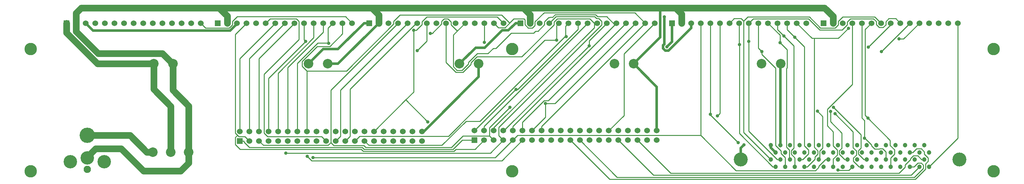
<source format=gbl>
G04 (created by PCBNEW (2013-mar-13)-testing) date Wed 08 Oct 2014 05:14:40 PM PDT*
%MOIN*%
G04 Gerber Fmt 3.4, Leading zero omitted, Abs format*
%FSLAX34Y34*%
G01*
G70*
G90*
G04 APERTURE LIST*
%ADD10C,0.005906*%
%ADD11C,0.100000*%
%ADD12R,0.060000X0.060000*%
%ADD13C,0.060000*%
%ADD14C,0.130000*%
%ADD15C,0.145669*%
%ADD16C,0.047244*%
%ADD17C,0.076000*%
%ADD18C,0.140000*%
%ADD19C,0.160000*%
%ADD20C,0.035000*%
%ADD21C,0.070000*%
%ADD22C,0.010000*%
%ADD23C,0.025000*%
G04 APERTURE END LIST*
G54D10*
G54D11*
X29559Y-27137D03*
X31559Y-27137D03*
X45700Y-27137D03*
X47700Y-27137D03*
X61448Y-27137D03*
X63448Y-27137D03*
X77590Y-27137D03*
X79590Y-27137D03*
X92944Y-27137D03*
X94944Y-27137D03*
G54D12*
X38527Y-35208D03*
G54D13*
X38527Y-34208D03*
X43527Y-35208D03*
X39527Y-34208D03*
X44527Y-35208D03*
X40527Y-34208D03*
X45527Y-35208D03*
X41527Y-34208D03*
X46527Y-35208D03*
X42527Y-34208D03*
X47527Y-35208D03*
X43527Y-34208D03*
X48527Y-35208D03*
X44527Y-34208D03*
X49527Y-35208D03*
X45527Y-34208D03*
X50527Y-35208D03*
X46527Y-34208D03*
X51527Y-35208D03*
X47527Y-34208D03*
X52527Y-35208D03*
X48527Y-34208D03*
X53527Y-35208D03*
X49527Y-34208D03*
X50527Y-34208D03*
X54527Y-35208D03*
X51527Y-34208D03*
X53527Y-34208D03*
X54527Y-34208D03*
X55527Y-34208D03*
X56527Y-34208D03*
X55527Y-35208D03*
X56527Y-35208D03*
X39527Y-35208D03*
X40527Y-35208D03*
X41527Y-35208D03*
X42527Y-35208D03*
X57527Y-35208D03*
X57527Y-34208D03*
X52527Y-34208D03*
G54D12*
X20460Y-22874D03*
G54D13*
X21460Y-22874D03*
X22460Y-22874D03*
X23460Y-22874D03*
X24460Y-22874D03*
X25460Y-22874D03*
X26460Y-22874D03*
X27460Y-22874D03*
X28460Y-22874D03*
X29460Y-22874D03*
X30460Y-22874D03*
X31460Y-22874D03*
X32460Y-22874D03*
X33460Y-22874D03*
X34460Y-22874D03*
G54D12*
X36248Y-22874D03*
G54D13*
X37248Y-22874D03*
X38248Y-22874D03*
X39248Y-22874D03*
X40248Y-22874D03*
X41248Y-22874D03*
X42248Y-22874D03*
X43248Y-22874D03*
X44248Y-22874D03*
X45248Y-22874D03*
X46248Y-22874D03*
X47248Y-22874D03*
X48248Y-22874D03*
X49248Y-22874D03*
X50248Y-22874D03*
G54D12*
X52035Y-22874D03*
G54D13*
X53035Y-22874D03*
X54035Y-22874D03*
X55035Y-22874D03*
X56035Y-22874D03*
X57035Y-22874D03*
X58035Y-22874D03*
X59035Y-22874D03*
X60035Y-22874D03*
X61035Y-22874D03*
X62035Y-22874D03*
X63035Y-22874D03*
X64035Y-22874D03*
X65035Y-22874D03*
X66035Y-22874D03*
G54D12*
X67822Y-22874D03*
G54D13*
X68822Y-22874D03*
X69822Y-22874D03*
X70822Y-22874D03*
X71822Y-22874D03*
X72822Y-22874D03*
X73822Y-22874D03*
X74822Y-22874D03*
X75822Y-22874D03*
X76822Y-22874D03*
X77822Y-22874D03*
X78822Y-22874D03*
X79822Y-22874D03*
X80822Y-22874D03*
X81822Y-22874D03*
G54D12*
X83610Y-22874D03*
G54D13*
X84610Y-22874D03*
X85610Y-22874D03*
X86610Y-22874D03*
X87610Y-22874D03*
X88610Y-22874D03*
X89610Y-22874D03*
X90610Y-22874D03*
X91610Y-22874D03*
X92610Y-22874D03*
X93610Y-22874D03*
X94610Y-22874D03*
X95610Y-22874D03*
X96610Y-22874D03*
X97610Y-22874D03*
G54D12*
X99397Y-22874D03*
G54D13*
X100397Y-22874D03*
X101397Y-22874D03*
X102397Y-22874D03*
X103397Y-22874D03*
X104397Y-22874D03*
X105397Y-22874D03*
X106397Y-22874D03*
X107397Y-22874D03*
X108397Y-22874D03*
X109397Y-22874D03*
X110397Y-22874D03*
X111397Y-22874D03*
X112397Y-22874D03*
X113397Y-22874D03*
G54D14*
X117125Y-25590D03*
X16732Y-38385D03*
X117125Y-38385D03*
X66929Y-25590D03*
X66929Y-38385D03*
X16732Y-25590D03*
G54D15*
X90765Y-37163D03*
X113564Y-37163D03*
G54D16*
X93915Y-35663D03*
X94415Y-36413D03*
X94915Y-35663D03*
X95415Y-36413D03*
X95915Y-35663D03*
X96415Y-36413D03*
X96915Y-35663D03*
X97415Y-36413D03*
X97915Y-35663D03*
X98415Y-36413D03*
X98915Y-35663D03*
X99415Y-36413D03*
X99915Y-35663D03*
X100415Y-36413D03*
X100915Y-35663D03*
X101415Y-36413D03*
X101915Y-35663D03*
X102415Y-36413D03*
X102915Y-35663D03*
X103415Y-36413D03*
X103915Y-35663D03*
X104415Y-36413D03*
X104915Y-35663D03*
X105415Y-36413D03*
X105915Y-35663D03*
X106415Y-36413D03*
X106915Y-35663D03*
X107415Y-36413D03*
X107915Y-35663D03*
X108415Y-36413D03*
X108915Y-35663D03*
X109415Y-36413D03*
X109915Y-35663D03*
X110415Y-36413D03*
X93915Y-37163D03*
X94415Y-37913D03*
X94915Y-37163D03*
X95415Y-37913D03*
X95915Y-37163D03*
X96415Y-37913D03*
X96915Y-37163D03*
X97415Y-37913D03*
X97915Y-37163D03*
X98415Y-37913D03*
X98915Y-37163D03*
X99415Y-37913D03*
X99915Y-37163D03*
X100415Y-37913D03*
X100915Y-37163D03*
X101415Y-37913D03*
X101915Y-37163D03*
X102415Y-37913D03*
X102915Y-37163D03*
X103415Y-37913D03*
X103915Y-37163D03*
X104415Y-37913D03*
X104915Y-37163D03*
X105415Y-37913D03*
X105915Y-37163D03*
X106415Y-37913D03*
X106915Y-37163D03*
X107415Y-37913D03*
X107915Y-37163D03*
X108415Y-37913D03*
X108915Y-37163D03*
X109415Y-37913D03*
X109915Y-37163D03*
X110415Y-37913D03*
G54D17*
X22637Y-38178D03*
G54D18*
X22637Y-36998D03*
G54D19*
X22637Y-34638D03*
G54D18*
X24407Y-37388D03*
X20867Y-37388D03*
G54D11*
X29480Y-36377D03*
X31350Y-36377D03*
X33220Y-36377D03*
G54D12*
X63011Y-35137D03*
G54D13*
X63011Y-34137D03*
X68011Y-35137D03*
X64011Y-34137D03*
X69011Y-35137D03*
X65011Y-34137D03*
X70011Y-35137D03*
X66011Y-34137D03*
X71011Y-35137D03*
X67011Y-34137D03*
X72011Y-35137D03*
X68011Y-34137D03*
X73011Y-35137D03*
X69011Y-34137D03*
X74011Y-35137D03*
X70011Y-34137D03*
X75011Y-35137D03*
X71011Y-34137D03*
X76011Y-35137D03*
X72011Y-34137D03*
X77011Y-35137D03*
X73011Y-34137D03*
X78011Y-35137D03*
X74011Y-34137D03*
X75011Y-34137D03*
X79011Y-35137D03*
X76011Y-34137D03*
X78011Y-34137D03*
X79011Y-34137D03*
X80011Y-34137D03*
X81011Y-34137D03*
X80011Y-35137D03*
X81011Y-35137D03*
X64011Y-35137D03*
X65011Y-35137D03*
X66011Y-35137D03*
X67011Y-35137D03*
X82011Y-35137D03*
X82011Y-34137D03*
X77011Y-34137D03*
G54D20*
X57044Y-25749D03*
X67346Y-29837D03*
X90636Y-25108D03*
X104078Y-25388D03*
X91610Y-24778D03*
X92973Y-25842D03*
X74960Y-25266D03*
X105429Y-25842D03*
X45401Y-24787D03*
X94867Y-24935D03*
X58405Y-23945D03*
X107266Y-24519D03*
X95278Y-24210D03*
X96407Y-24359D03*
X70411Y-31303D03*
X64056Y-24906D03*
X47795Y-24999D03*
X102007Y-23413D03*
X56658Y-23624D03*
X58142Y-33211D03*
X100907Y-38262D03*
X100607Y-32373D03*
X72582Y-24307D03*
X88324Y-32597D03*
X104048Y-32834D03*
X100130Y-32110D03*
X100449Y-31702D03*
X71564Y-24649D03*
X90508Y-35385D03*
X87610Y-32433D03*
X103680Y-34908D03*
X82791Y-22231D03*
X98766Y-32101D03*
X66695Y-31688D03*
X43333Y-36491D03*
X46178Y-36961D03*
X45586Y-36817D03*
X83085Y-25347D03*
X91102Y-35629D03*
G54D21*
X27094Y-34638D02*
X22637Y-34638D01*
X28834Y-36377D02*
X27094Y-34638D01*
X29480Y-36377D02*
X28834Y-36377D01*
G54D22*
X91510Y-22222D02*
X91064Y-22669D01*
X97929Y-22222D02*
X91510Y-22222D01*
X99084Y-23377D02*
X97929Y-22222D01*
X100604Y-23377D02*
X99084Y-23377D01*
X100930Y-23051D02*
X100604Y-23377D01*
X100930Y-22679D02*
X100930Y-23051D01*
X101390Y-22218D02*
X100930Y-22679D01*
X104742Y-22218D02*
X101390Y-22218D01*
X105397Y-22874D02*
X104742Y-22218D01*
X90077Y-22406D02*
X89610Y-22874D01*
X90801Y-22406D02*
X90077Y-22406D01*
X91064Y-22669D02*
X90801Y-22406D01*
X91064Y-34312D02*
X91064Y-22669D01*
X93915Y-37163D02*
X91064Y-34312D01*
X58035Y-24757D02*
X57044Y-25749D01*
X58035Y-22874D02*
X58035Y-24757D01*
X67512Y-29837D02*
X67346Y-29837D01*
X73822Y-23526D02*
X67512Y-29837D01*
X73822Y-22874D02*
X73822Y-23526D01*
X67312Y-29837D02*
X63011Y-34137D01*
X67346Y-29837D02*
X67312Y-29837D01*
X38527Y-26594D02*
X38527Y-34208D01*
X42248Y-22874D02*
X38527Y-26594D01*
X90610Y-25081D02*
X90636Y-25108D01*
X90610Y-22874D02*
X90610Y-25081D01*
X90636Y-34432D02*
X90636Y-25108D01*
X94117Y-37913D02*
X90636Y-34432D01*
X94415Y-37913D02*
X94117Y-37913D01*
X64011Y-33685D02*
X74822Y-22874D01*
X64011Y-34137D02*
X64011Y-33685D01*
X106397Y-23070D02*
X106397Y-22874D01*
X104078Y-25388D02*
X106397Y-23070D01*
X39527Y-26594D02*
X43248Y-22874D01*
X39527Y-34208D02*
X39527Y-26594D01*
X92061Y-22422D02*
X91610Y-22874D01*
X97846Y-22422D02*
X92061Y-22422D01*
X99001Y-23578D02*
X97846Y-22422D01*
X101345Y-23578D02*
X99001Y-23578D01*
X101869Y-23053D02*
X101345Y-23578D01*
X101869Y-22765D02*
X101869Y-23053D01*
X102216Y-22419D02*
X101869Y-22765D01*
X104613Y-22419D02*
X102216Y-22419D01*
X104897Y-22703D02*
X104613Y-22419D01*
X104897Y-23026D02*
X104897Y-22703D01*
X105200Y-23329D02*
X104897Y-23026D01*
X105611Y-23329D02*
X105200Y-23329D01*
X105897Y-23043D02*
X105611Y-23329D01*
X105897Y-22712D02*
X105897Y-23043D01*
X106208Y-22401D02*
X105897Y-22712D01*
X106925Y-22401D02*
X106208Y-22401D01*
X107397Y-22874D02*
X106925Y-22401D01*
X91610Y-34192D02*
X91610Y-24778D01*
X94581Y-37163D02*
X91610Y-34192D01*
X94915Y-37163D02*
X94581Y-37163D01*
X91610Y-24778D02*
X91610Y-22874D01*
X60035Y-26988D02*
X60035Y-22874D01*
X61059Y-28012D02*
X60035Y-26988D01*
X61811Y-28012D02*
X61059Y-28012D01*
X62648Y-27175D02*
X61811Y-28012D01*
X62648Y-27015D02*
X62648Y-27175D01*
X63259Y-26404D02*
X62648Y-27015D01*
X67934Y-26404D02*
X63259Y-26404D01*
X71294Y-23044D02*
X67934Y-26404D01*
X71294Y-22765D02*
X71294Y-23044D01*
X71642Y-22416D02*
X71294Y-22765D01*
X75040Y-22416D02*
X71642Y-22416D01*
X75497Y-22874D02*
X75040Y-22416D01*
X75497Y-22874D02*
X75822Y-22874D01*
X40527Y-26594D02*
X40527Y-34208D01*
X44248Y-22874D02*
X40527Y-26594D01*
X75497Y-23345D02*
X75497Y-22874D01*
X65011Y-33831D02*
X75497Y-23345D01*
X65011Y-34137D02*
X65011Y-33831D01*
X92610Y-25478D02*
X92610Y-22874D01*
X92973Y-25842D02*
X92610Y-25478D01*
X92973Y-26157D02*
X92973Y-25842D01*
X94394Y-27578D02*
X92973Y-26157D01*
X94394Y-35690D02*
X94394Y-27578D01*
X94974Y-36270D02*
X94394Y-35690D01*
X94974Y-36522D02*
X94974Y-36270D01*
X95415Y-36963D02*
X94974Y-36522D01*
X95415Y-37913D02*
X95415Y-36963D01*
X74960Y-24736D02*
X76822Y-22874D01*
X74960Y-25266D02*
X74960Y-24736D01*
X66089Y-34137D02*
X66011Y-34137D01*
X74960Y-25266D02*
X66089Y-34137D01*
X108397Y-22874D02*
X105429Y-25842D01*
X45248Y-24634D02*
X45248Y-22874D01*
X45401Y-24787D02*
X45248Y-24634D01*
X41527Y-28661D02*
X45401Y-24787D01*
X41527Y-34208D02*
X41527Y-28661D01*
X95600Y-25667D02*
X94867Y-24935D01*
X95600Y-27544D02*
X95600Y-25667D01*
X95524Y-27620D02*
X95600Y-27544D01*
X95524Y-35867D02*
X95524Y-27620D01*
X95827Y-36171D02*
X95524Y-35867D01*
X95827Y-37075D02*
X95827Y-36171D01*
X95915Y-37163D02*
X95827Y-37075D01*
X94867Y-24131D02*
X93610Y-22874D01*
X94867Y-24935D02*
X94867Y-24131D01*
X77822Y-22874D02*
X77655Y-23041D01*
X67011Y-33685D02*
X67011Y-34137D01*
X77655Y-23041D02*
X67011Y-33685D01*
X62035Y-22874D02*
X61217Y-23692D01*
X76804Y-22191D02*
X77655Y-23041D01*
X75830Y-22191D02*
X76804Y-22191D01*
X75634Y-21994D02*
X75830Y-22191D01*
X71418Y-21994D02*
X75634Y-21994D01*
X71167Y-22246D02*
X71418Y-21994D01*
X70884Y-22246D02*
X71167Y-22246D01*
X70833Y-22297D02*
X70884Y-22246D01*
X70750Y-22297D02*
X70833Y-22297D01*
X70322Y-22725D02*
X70750Y-22297D01*
X70322Y-23036D02*
X70322Y-22725D01*
X69643Y-23715D02*
X70322Y-23036D01*
X69360Y-23715D02*
X69643Y-23715D01*
X69160Y-23915D02*
X69360Y-23715D01*
X66841Y-23915D02*
X69160Y-23915D01*
X65244Y-25512D02*
X66841Y-23915D01*
X64961Y-25512D02*
X65244Y-25512D01*
X64413Y-26060D02*
X64961Y-25512D01*
X63320Y-26060D02*
X64413Y-26060D01*
X62377Y-27003D02*
X63320Y-26060D01*
X62377Y-27145D02*
X62377Y-27003D01*
X61712Y-27809D02*
X62377Y-27145D01*
X61171Y-27809D02*
X61712Y-27809D01*
X60795Y-27433D02*
X61171Y-27809D01*
X60795Y-24113D02*
X60795Y-27433D01*
X61217Y-23692D02*
X60795Y-24113D01*
X46248Y-24400D02*
X46248Y-22874D01*
X42527Y-28121D02*
X46248Y-24400D01*
X42527Y-34208D02*
X42527Y-28121D01*
X58602Y-23945D02*
X58405Y-23945D01*
X59585Y-22962D02*
X58602Y-23945D01*
X59585Y-22675D02*
X59585Y-22962D01*
X59839Y-22421D02*
X59585Y-22675D01*
X60235Y-22421D02*
X59839Y-22421D01*
X60585Y-22771D02*
X60235Y-22421D01*
X60585Y-23060D02*
X60585Y-22771D01*
X61217Y-23692D02*
X60585Y-23060D01*
X107751Y-24519D02*
X109397Y-22874D01*
X107266Y-24519D02*
X107751Y-24519D01*
X94610Y-23541D02*
X95278Y-24210D01*
X94610Y-22874D02*
X94610Y-23541D01*
X96310Y-25241D02*
X95278Y-24210D01*
X96310Y-35957D02*
X96310Y-25241D01*
X96028Y-36240D02*
X96310Y-35957D01*
X96028Y-36602D02*
X96028Y-36240D01*
X96415Y-36990D02*
X96028Y-36602D01*
X96415Y-37913D02*
X96415Y-36990D01*
X43527Y-27540D02*
X43527Y-34208D01*
X47248Y-23820D02*
X43527Y-27540D01*
X47248Y-22874D02*
X47248Y-23820D01*
X68011Y-33242D02*
X68011Y-34137D01*
X70276Y-30977D02*
X68011Y-33242D01*
X70718Y-30977D02*
X70276Y-30977D01*
X78822Y-22874D02*
X70718Y-30977D01*
X95610Y-23561D02*
X95610Y-22874D01*
X96407Y-24359D02*
X95610Y-23561D01*
X97415Y-25367D02*
X96407Y-24359D01*
X97415Y-35735D02*
X97415Y-25367D01*
X97826Y-36147D02*
X97415Y-35735D01*
X97826Y-36564D02*
X97826Y-36147D01*
X97227Y-37163D02*
X97826Y-36564D01*
X96915Y-37163D02*
X97227Y-37163D01*
X71393Y-31303D02*
X70411Y-31303D01*
X79822Y-22874D02*
X71393Y-31303D01*
X70411Y-32738D02*
X69011Y-34137D01*
X70411Y-31303D02*
X70411Y-32738D01*
X64035Y-24884D02*
X64056Y-24906D01*
X64035Y-22874D02*
X64035Y-24884D01*
X47743Y-23378D02*
X48248Y-22874D01*
X47743Y-24947D02*
X47743Y-23378D01*
X47795Y-24999D02*
X47743Y-24947D01*
X44527Y-27081D02*
X44527Y-34208D01*
X46661Y-24947D02*
X44527Y-27081D01*
X47743Y-24947D02*
X46661Y-24947D01*
X97716Y-37913D02*
X97415Y-37913D01*
X98512Y-37116D02*
X97716Y-37913D01*
X98512Y-36881D02*
X98512Y-37116D01*
X98803Y-36590D02*
X98512Y-36881D01*
X98803Y-36241D02*
X98803Y-36590D01*
X98432Y-35869D02*
X98803Y-36241D01*
X98432Y-24469D02*
X98432Y-35869D01*
X98206Y-24469D02*
X98432Y-24469D01*
X96610Y-22874D02*
X98206Y-24469D01*
X70011Y-33685D02*
X70011Y-34137D01*
X80822Y-22874D02*
X70011Y-33685D01*
X45527Y-27883D02*
X45527Y-34208D01*
X49662Y-27883D02*
X45527Y-27883D01*
X54585Y-22960D02*
X49662Y-27883D01*
X54585Y-22687D02*
X54585Y-22960D01*
X55253Y-22019D02*
X54585Y-22687D01*
X65824Y-22019D02*
X55253Y-22019D01*
X66675Y-22870D02*
X65824Y-22019D01*
X66201Y-23344D02*
X66675Y-22870D01*
X65506Y-23344D02*
X66201Y-23344D01*
X65035Y-22874D02*
X65506Y-23344D01*
X79724Y-21775D02*
X80822Y-22874D01*
X70270Y-21775D02*
X79724Y-21775D01*
X69322Y-22723D02*
X70270Y-21775D01*
X69322Y-23109D02*
X69322Y-22723D01*
X69048Y-23383D02*
X69322Y-23109D01*
X68622Y-23383D02*
X69048Y-23383D01*
X68272Y-23034D02*
X68622Y-23383D01*
X68272Y-22511D02*
X68272Y-23034D01*
X68185Y-22423D02*
X68272Y-22511D01*
X67122Y-22423D02*
X68185Y-22423D01*
X66675Y-22870D02*
X67122Y-22423D01*
X100950Y-24469D02*
X102007Y-23413D01*
X98432Y-24469D02*
X100950Y-24469D01*
X49248Y-24006D02*
X49248Y-22874D01*
X47930Y-25324D02*
X49248Y-24006D01*
X46592Y-25324D02*
X47930Y-25324D01*
X45042Y-26874D02*
X46592Y-25324D01*
X45042Y-27398D02*
X45042Y-26874D01*
X45527Y-27883D02*
X45042Y-27398D01*
X34979Y-23393D02*
X34460Y-22874D01*
X37439Y-23393D02*
X34979Y-23393D01*
X37783Y-23049D02*
X37439Y-23393D01*
X37783Y-22700D02*
X37783Y-23049D01*
X38281Y-22202D02*
X37783Y-22700D01*
X49576Y-22202D02*
X38281Y-22202D01*
X50248Y-22874D02*
X49576Y-22202D01*
X65382Y-22220D02*
X66035Y-22874D01*
X58045Y-22220D02*
X65382Y-22220D01*
X57535Y-22731D02*
X58045Y-22220D01*
X57535Y-23021D02*
X57535Y-22731D01*
X56932Y-23624D02*
X57535Y-23021D01*
X56658Y-23624D02*
X56932Y-23624D01*
X78590Y-32559D02*
X77011Y-34137D01*
X78590Y-26106D02*
X78590Y-32559D01*
X81822Y-22874D02*
X78590Y-26106D01*
X113397Y-34931D02*
X113397Y-22874D01*
X110415Y-37913D02*
X113397Y-34931D01*
X55833Y-30902D02*
X58142Y-33211D01*
X56658Y-30077D02*
X55833Y-30902D01*
X56658Y-23624D02*
X56658Y-30077D01*
X55833Y-30902D02*
X52527Y-34208D01*
X56658Y-23624D02*
X56658Y-23624D01*
X41701Y-22420D02*
X41248Y-22874D01*
X44432Y-22420D02*
X41701Y-22420D01*
X44708Y-22697D02*
X44432Y-22420D01*
X44708Y-24581D02*
X44708Y-22697D01*
X41075Y-28214D02*
X44708Y-24581D01*
X41075Y-34398D02*
X41075Y-28214D01*
X41436Y-34758D02*
X41075Y-34398D01*
X47077Y-34758D02*
X41436Y-34758D01*
X47527Y-35208D02*
X47077Y-34758D01*
X100944Y-38299D02*
X100907Y-38262D01*
X102028Y-38299D02*
X100944Y-38299D01*
X102415Y-37913D02*
X102028Y-38299D01*
X81666Y-38792D02*
X78011Y-35137D01*
X108535Y-38792D02*
X81666Y-38792D01*
X109415Y-37913D02*
X108535Y-38792D01*
X83466Y-38592D02*
X80011Y-35137D01*
X107284Y-38592D02*
X83466Y-38592D01*
X107915Y-37961D02*
X107284Y-38592D01*
X107915Y-37723D02*
X107915Y-37961D01*
X108486Y-37153D02*
X107915Y-37723D01*
X108486Y-37045D02*
X108486Y-37153D01*
X108759Y-36771D02*
X108486Y-37045D01*
X109227Y-36771D02*
X108759Y-36771D01*
X109618Y-37163D02*
X109227Y-36771D01*
X109915Y-37163D02*
X109618Y-37163D01*
X50027Y-34708D02*
X49527Y-35208D01*
X50027Y-29788D02*
X50027Y-34708D01*
X56942Y-22874D02*
X50027Y-29788D01*
X57035Y-22874D02*
X56942Y-22874D01*
X102487Y-34252D02*
X100607Y-32373D01*
X102487Y-35925D02*
X102487Y-34252D01*
X102828Y-36266D02*
X102487Y-35925D01*
X102828Y-36689D02*
X102828Y-36266D01*
X102516Y-37001D02*
X102828Y-36689D01*
X102516Y-37320D02*
X102516Y-37001D01*
X103109Y-37913D02*
X102516Y-37320D01*
X103415Y-37913D02*
X103109Y-37913D01*
X72494Y-23202D02*
X72822Y-22874D01*
X72494Y-24219D02*
X72494Y-23202D01*
X72582Y-24307D02*
X72494Y-24219D01*
X51991Y-35672D02*
X51527Y-35208D01*
X59614Y-35672D02*
X51991Y-35672D01*
X62136Y-33151D02*
X59614Y-35672D01*
X63562Y-33151D02*
X62136Y-33151D01*
X72494Y-24219D02*
X63562Y-33151D01*
X88610Y-32311D02*
X88610Y-22874D01*
X88324Y-32597D02*
X88610Y-32311D01*
X106356Y-35143D02*
X104048Y-32834D01*
X106356Y-35677D02*
X106356Y-35143D01*
X106804Y-36125D02*
X106356Y-35677D01*
X106804Y-36603D02*
X106804Y-36125D01*
X106415Y-36992D02*
X106804Y-36603D01*
X106415Y-37913D02*
X106415Y-36992D01*
X103753Y-32540D02*
X104048Y-32834D01*
X103753Y-23517D02*
X103753Y-32540D01*
X104397Y-22874D02*
X103753Y-23517D01*
X77889Y-39015D02*
X74011Y-35137D01*
X108878Y-39015D02*
X77889Y-39015D01*
X109818Y-38075D02*
X108878Y-39015D01*
X109818Y-37754D02*
X109818Y-38075D01*
X109590Y-37526D02*
X109818Y-37754D01*
X109240Y-37526D02*
X109590Y-37526D01*
X108853Y-37913D02*
X109240Y-37526D01*
X108415Y-37913D02*
X108853Y-37913D01*
X100130Y-33202D02*
X100130Y-32110D01*
X101314Y-34387D02*
X100130Y-33202D01*
X101314Y-35953D02*
X101314Y-34387D01*
X101026Y-36241D02*
X101314Y-35953D01*
X101026Y-36594D02*
X101026Y-36241D01*
X101595Y-37163D02*
X101026Y-36594D01*
X101915Y-37163D02*
X101595Y-37163D01*
X49027Y-29881D02*
X56035Y-22874D01*
X49027Y-34708D02*
X49027Y-29881D01*
X48527Y-35208D02*
X49027Y-34708D01*
X71564Y-23132D02*
X71564Y-24649D01*
X71822Y-22874D02*
X71564Y-23132D01*
X51027Y-34708D02*
X50527Y-35208D01*
X60295Y-34708D02*
X51027Y-34708D01*
X70354Y-24649D02*
X60295Y-34708D01*
X71564Y-24649D02*
X70354Y-24649D01*
X103307Y-34560D02*
X100449Y-31702D01*
X103307Y-35961D02*
X103307Y-34560D01*
X103028Y-36239D02*
X103307Y-35961D01*
X103028Y-36595D02*
X103028Y-36239D01*
X103596Y-37163D02*
X103028Y-36595D01*
X103915Y-37163D02*
X103596Y-37163D01*
X87610Y-22874D02*
X87610Y-32433D01*
X87610Y-32487D02*
X90508Y-35385D01*
X87610Y-32433D02*
X87610Y-32487D01*
X103712Y-34908D02*
X103680Y-34908D01*
X104415Y-35611D02*
X103712Y-34908D01*
X104415Y-35725D02*
X104415Y-35611D01*
X104753Y-36063D02*
X104415Y-35725D01*
X105218Y-36063D02*
X104753Y-36063D01*
X105260Y-36021D02*
X105218Y-36063D01*
X105581Y-36021D02*
X105260Y-36021D01*
X105915Y-36355D02*
X105581Y-36021D01*
X105915Y-37163D02*
X105915Y-36355D01*
X103680Y-33090D02*
X103680Y-34908D01*
X103397Y-32807D02*
X103680Y-33090D01*
X103397Y-22874D02*
X103397Y-32807D01*
X77090Y-39215D02*
X73011Y-35137D01*
X108960Y-39215D02*
X77090Y-39215D01*
X110028Y-38147D02*
X108960Y-39215D01*
X110028Y-37610D02*
X110028Y-38147D01*
X110310Y-37328D02*
X110028Y-37610D01*
X110310Y-36989D02*
X110310Y-37328D01*
X109915Y-36593D02*
X110310Y-36989D01*
X109915Y-36351D02*
X109915Y-36593D01*
X109590Y-36026D02*
X109915Y-36351D01*
X109098Y-36026D02*
X109590Y-36026D01*
X108711Y-36413D02*
X109098Y-36026D01*
X108415Y-36413D02*
X108711Y-36413D01*
G54D23*
X23255Y-23668D02*
X22460Y-22874D01*
X37553Y-23668D02*
X23255Y-23668D01*
X38248Y-22973D02*
X37553Y-23668D01*
X38248Y-22874D02*
X38248Y-22973D01*
X85610Y-23389D02*
X85610Y-22874D01*
X83251Y-25749D02*
X85610Y-23389D01*
X82904Y-25749D02*
X83251Y-25749D01*
X82679Y-25523D02*
X82904Y-25749D01*
X82679Y-25187D02*
X82679Y-25523D01*
X82791Y-25075D02*
X82679Y-25187D01*
X82791Y-22231D02*
X82791Y-25075D01*
G54D22*
X63011Y-35137D02*
X62561Y-35137D01*
X38527Y-35208D02*
X38977Y-35208D01*
X61743Y-35137D02*
X62561Y-35137D01*
X60789Y-36091D02*
X61743Y-35137D01*
X51491Y-36091D02*
X60789Y-36091D01*
X51291Y-35891D02*
X51491Y-36091D01*
X39547Y-35891D02*
X51291Y-35891D01*
X38977Y-35321D02*
X39547Y-35891D01*
X38977Y-35208D02*
X38977Y-35321D01*
X38067Y-34387D02*
X38291Y-34612D01*
X38067Y-24054D02*
X38067Y-34387D01*
X39248Y-22874D02*
X38067Y-24054D01*
X39077Y-34758D02*
X39527Y-35208D01*
X38437Y-34758D02*
X39077Y-34758D01*
X38291Y-34612D02*
X38437Y-34758D01*
X63058Y-36091D02*
X64011Y-35137D01*
X61072Y-36091D02*
X63058Y-36091D01*
X60872Y-36291D02*
X61072Y-36091D01*
X51408Y-36291D02*
X60872Y-36291D01*
X51208Y-36091D02*
X51408Y-36291D01*
X38584Y-36091D02*
X51208Y-36091D01*
X38077Y-35584D02*
X38584Y-36091D01*
X38077Y-34826D02*
X38077Y-35584D01*
X38291Y-34612D02*
X38077Y-34826D01*
X48027Y-29881D02*
X48027Y-35388D01*
X55035Y-22874D02*
X48027Y-29881D01*
X99312Y-32647D02*
X98766Y-32101D01*
X99312Y-35955D02*
X99312Y-32647D01*
X99004Y-36264D02*
X99312Y-35955D01*
X99004Y-37074D02*
X99004Y-36264D01*
X98915Y-37163D02*
X99004Y-37074D01*
X40991Y-35672D02*
X40527Y-35208D01*
X47743Y-35672D02*
X40991Y-35672D01*
X48027Y-35388D02*
X47743Y-35672D01*
X48330Y-35691D02*
X48027Y-35388D01*
X51474Y-35691D02*
X48330Y-35691D01*
X51674Y-35891D02*
X51474Y-35691D01*
X60606Y-35891D02*
X51674Y-35891D01*
X61810Y-34687D02*
X60606Y-35891D01*
X64561Y-34687D02*
X61810Y-34687D01*
X64561Y-33822D02*
X64561Y-34687D01*
X66695Y-31688D02*
X64561Y-33822D01*
X64561Y-34687D02*
X65011Y-35137D01*
X65543Y-34669D02*
X66011Y-35137D01*
X65543Y-33801D02*
X65543Y-34669D01*
X76279Y-23064D02*
X65543Y-33801D01*
X76279Y-22693D02*
X76279Y-23064D01*
X75981Y-22395D02*
X76279Y-22693D01*
X75751Y-22395D02*
X75981Y-22395D01*
X75551Y-22195D02*
X75751Y-22395D01*
X71501Y-22195D02*
X75551Y-22195D01*
X70822Y-22874D02*
X71501Y-22195D01*
X64657Y-36491D02*
X43333Y-36491D01*
X66011Y-35137D02*
X64657Y-36491D01*
X90281Y-38309D02*
X86610Y-34637D01*
X98569Y-38309D02*
X90281Y-38309D01*
X98915Y-37963D02*
X98569Y-38309D01*
X98915Y-37851D02*
X98915Y-37963D01*
X99603Y-37163D02*
X98915Y-37851D01*
X99915Y-37163D02*
X99603Y-37163D01*
X86610Y-22874D02*
X86610Y-34637D01*
X67511Y-34637D02*
X67011Y-35137D01*
X86610Y-34637D02*
X67511Y-34637D01*
X65188Y-36961D02*
X46178Y-36961D01*
X67011Y-35137D02*
X65188Y-36961D01*
X100415Y-37102D02*
X100415Y-37913D01*
X100826Y-36691D02*
X100415Y-37102D01*
X100826Y-36147D02*
X100826Y-36691D01*
X100415Y-35735D02*
X100826Y-36147D01*
X100415Y-34264D02*
X100415Y-35735D01*
X99792Y-33640D02*
X100415Y-34264D01*
X99792Y-31895D02*
X99792Y-33640D01*
X102397Y-29290D02*
X99792Y-31895D01*
X102397Y-22874D02*
X102397Y-29290D01*
X45586Y-36829D02*
X45586Y-36817D01*
X46045Y-37288D02*
X45586Y-36829D01*
X65861Y-37288D02*
X46045Y-37288D01*
X68011Y-35137D02*
X65861Y-37288D01*
G54D21*
X20460Y-23881D02*
X20460Y-22874D01*
X23716Y-27137D02*
X20460Y-23881D01*
X29559Y-27137D02*
X23716Y-27137D01*
X29559Y-29799D02*
X29559Y-27137D01*
X31350Y-31590D02*
X29559Y-29799D01*
X31350Y-36377D02*
X31350Y-31590D01*
G54D23*
X63137Y-25449D02*
X61448Y-27137D01*
X64081Y-25449D02*
X63137Y-25449D01*
X65910Y-23620D02*
X64081Y-25449D01*
X66551Y-23620D02*
X65910Y-23620D01*
X67297Y-22874D02*
X66551Y-23620D01*
X67822Y-22874D02*
X67297Y-22874D01*
X83610Y-24822D02*
X83085Y-25347D01*
X83610Y-22874D02*
X83610Y-24822D01*
X47238Y-25599D02*
X45700Y-27137D01*
X48784Y-25599D02*
X47238Y-25599D01*
X51510Y-22874D02*
X48784Y-25599D01*
X52035Y-22874D02*
X51510Y-22874D01*
X90765Y-35966D02*
X90765Y-37163D01*
X91102Y-35629D02*
X90765Y-35966D01*
G54D21*
X100397Y-22165D02*
X100397Y-22874D01*
X99507Y-21275D02*
X100397Y-22165D01*
X83976Y-21275D02*
X99507Y-21275D01*
X84610Y-21909D02*
X84610Y-22874D01*
X83976Y-21275D02*
X84610Y-21909D01*
X68822Y-21992D02*
X68822Y-22874D01*
X68106Y-21275D02*
X68822Y-21992D01*
X37248Y-22133D02*
X37248Y-22874D01*
X36389Y-21275D02*
X37248Y-22133D01*
X22019Y-21275D02*
X36389Y-21275D01*
X21460Y-21834D02*
X22019Y-21275D01*
X21460Y-22874D02*
X21460Y-21834D01*
X21460Y-23750D02*
X21460Y-22874D01*
X23780Y-26070D02*
X21460Y-23750D01*
X30472Y-26070D02*
X23780Y-26070D01*
X31539Y-27137D02*
X30472Y-26070D01*
X31559Y-27137D02*
X31539Y-27137D01*
X33220Y-31551D02*
X33220Y-36377D01*
X31559Y-29889D02*
X33220Y-31551D01*
X31559Y-27137D02*
X31559Y-29889D01*
X33220Y-37531D02*
X33220Y-36377D01*
X32385Y-38366D02*
X33220Y-37531D01*
X28511Y-38366D02*
X32385Y-38366D01*
X26181Y-36035D02*
X28511Y-38366D01*
X23496Y-36035D02*
X26181Y-36035D01*
X22637Y-36893D02*
X23496Y-36035D01*
X22637Y-36998D02*
X22637Y-36893D01*
X52200Y-21275D02*
X52295Y-21275D01*
X36389Y-21275D02*
X52200Y-21275D01*
X52200Y-21275D02*
X52295Y-21275D01*
X68086Y-21275D02*
X68106Y-21275D01*
X83909Y-21275D02*
X83976Y-21275D01*
X83909Y-21275D02*
X83976Y-21275D01*
X52295Y-21275D02*
X68086Y-21275D01*
X68086Y-21275D02*
X68106Y-21275D01*
G54D23*
X93915Y-35913D02*
X93915Y-35663D01*
X94415Y-36413D02*
X93915Y-35913D01*
G54D21*
X53035Y-22015D02*
X53035Y-22874D01*
X52295Y-21275D02*
X53035Y-22015D01*
G54D23*
X48771Y-27137D02*
X53035Y-22874D01*
X47700Y-27137D02*
X48771Y-27137D01*
G54D21*
X68106Y-21275D02*
X82361Y-21275D01*
X82361Y-21275D02*
X83909Y-21275D01*
G54D23*
X82361Y-24367D02*
X79590Y-27137D01*
X82361Y-21275D02*
X82361Y-24367D01*
X82011Y-29559D02*
X82011Y-34137D01*
X79590Y-27137D02*
X82011Y-29559D01*
X94915Y-27167D02*
X94915Y-35663D01*
X94944Y-27137D02*
X94915Y-27167D01*
X57740Y-34208D02*
X57527Y-34208D01*
X63448Y-28500D02*
X57740Y-34208D01*
X63448Y-27137D02*
X63448Y-28500D01*
M02*

</source>
